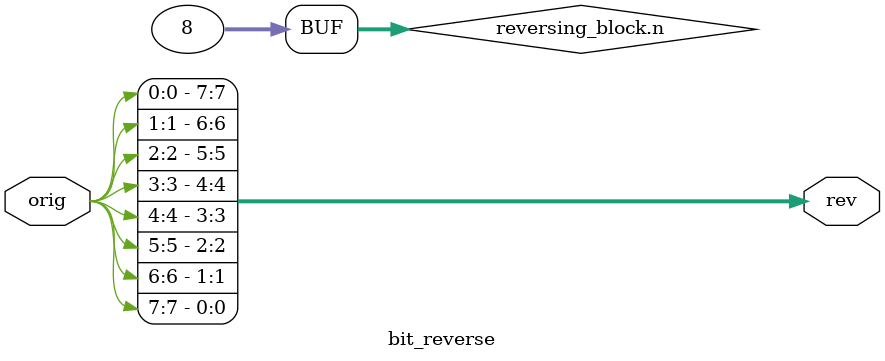
<source format=v>
module bit_reverse #(parameter BIT_WIDTH = 8)
					  (input [BIT_WIDTH-1:0] orig,   
                       output reg [BIT_WIDTH-1:0] rev
                      );
                      
    always @(orig) begin : reversing_block // Adjusted for Verilog compatability
        integer n;
        for (n=0; n < BIT_WIDTH; n=n+1) begin
            rev[n] <= orig[BIT_WIDTH-n-1];
        end
    end                  

endmodule 

</source>
